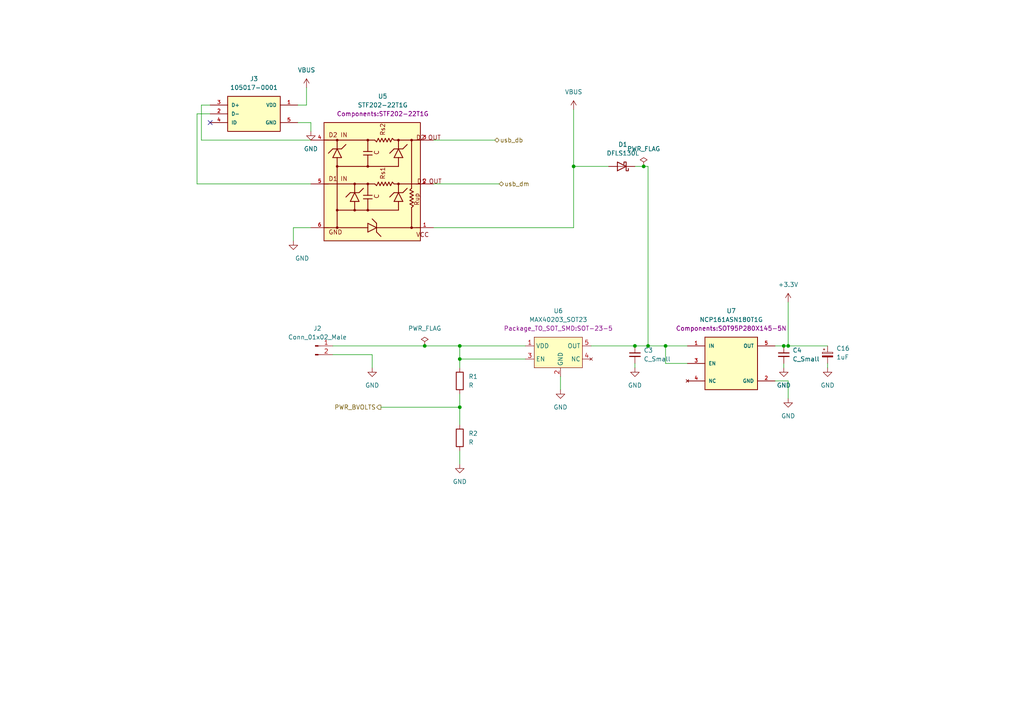
<source format=kicad_sch>
(kicad_sch (version 20211123) (generator eeschema)

  (uuid c984c7b4-056a-4621-ae36-56278099eac3)

  (paper "A4")

  (lib_symbols
    (symbol "Components:105017-0001" (pin_names (offset 1.016)) (in_bom yes) (on_board yes)
      (property "Reference" "J" (id 0) (at -7.377 5.5963 0)
        (effects (font (size 1.27 1.27)) (justify left bottom))
      )
      (property "Value" "105017-0001" (id 1) (at -7.6262 -7.6262 0)
        (effects (font (size 1.27 1.27)) (justify left bottom))
      )
      (property "Footprint" "MOLEX_105017-0001" (id 2) (at 0 0 0)
        (effects (font (size 1.27 1.27)) (justify bottom) hide)
      )
      (property "Datasheet" "https://www.mouser.co.uk/datasheet/2/276/1/1050170001_IO_CONNECTORS-230168.pdf" (id 3) (at 0 0 0)
        (effects (font (size 1.27 1.27)) hide)
      )
      (property "ki_description" "Molex micro usb" (id 4) (at 0 0 0)
        (effects (font (size 1.27 1.27)) hide)
      )
      (symbol "105017-0001_0_0"
        (rectangle (start -7.62 -5.08) (end 7.62 5.08)
          (stroke (width 0.254) (type default) (color 0 0 0 0))
          (fill (type background))
        )
        (pin power_in line (at 12.7 2.54 180) (length 5.08)
          (name "VDD" (effects (font (size 1.016 1.016))))
          (number "1" (effects (font (size 1.016 1.016))))
        )
        (pin bidirectional line (at -12.7 0 0) (length 5.08)
          (name "D-" (effects (font (size 1.016 1.016))))
          (number "2" (effects (font (size 1.016 1.016))))
        )
        (pin bidirectional line (at -12.7 2.54 0) (length 5.08)
          (name "D+" (effects (font (size 1.016 1.016))))
          (number "3" (effects (font (size 1.016 1.016))))
        )
        (pin passive line (at -12.7 -2.54 0) (length 5.08)
          (name "ID" (effects (font (size 1.016 1.016))))
          (number "4" (effects (font (size 1.016 1.016))))
        )
        (pin power_in line (at 12.7 -2.54 180) (length 5.08)
          (name "GND" (effects (font (size 1.016 1.016))))
          (number "5" (effects (font (size 1.016 1.016))))
        )
      )
    )
    (symbol "Components:DFLS130L" (pin_numbers hide) (pin_names (offset 1.016) hide) (in_bom yes) (on_board yes)
      (property "Reference" "D" (id 0) (at 0 2.54 0)
        (effects (font (size 1.27 1.27)))
      )
      (property "Value" "DFLS130L" (id 1) (at 0 -2.54 0)
        (effects (font (size 1.27 1.27)))
      )
      (property "Footprint" "" (id 2) (at 0 0 0)
        (effects (font (size 1.27 1.27)) hide)
      )
      (property "Datasheet" "~" (id 3) (at 0 0 0)
        (effects (font (size 1.27 1.27)) hide)
      )
      (property "ki_keywords" "diode Schottky" (id 4) (at 0 0 0)
        (effects (font (size 1.27 1.27)) hide)
      )
      (property "ki_description" "Schottky diode" (id 5) (at 0 0 0)
        (effects (font (size 1.27 1.27)) hide)
      )
      (property "ki_fp_filters" "TO-???* *_Diode_* *SingleDiode* D_*" (id 6) (at 0 0 0)
        (effects (font (size 1.27 1.27)) hide)
      )
      (symbol "DFLS130L_0_1"
        (polyline
          (pts
            (xy 1.27 0)
            (xy -1.27 0)
          )
          (stroke (width 0) (type default) (color 0 0 0 0))
          (fill (type none))
        )
        (polyline
          (pts
            (xy 1.27 1.27)
            (xy 1.27 -1.27)
            (xy -1.27 0)
            (xy 1.27 1.27)
          )
          (stroke (width 0.254) (type default) (color 0 0 0 0))
          (fill (type none))
        )
        (polyline
          (pts
            (xy -1.905 0.635)
            (xy -1.905 1.27)
            (xy -1.27 1.27)
            (xy -1.27 -1.27)
            (xy -0.635 -1.27)
            (xy -0.635 -0.635)
          )
          (stroke (width 0.254) (type default) (color 0 0 0 0))
          (fill (type none))
        )
      )
      (symbol "DFLS130L_1_1"
        (pin passive line (at -3.81 0 0) (length 2.54)
          (name "K" (effects (font (size 1.27 1.27))))
          (number "1" (effects (font (size 1.27 1.27))))
        )
        (pin passive line (at 3.81 0 180) (length 2.54)
          (name "A" (effects (font (size 1.27 1.27))))
          (number "2" (effects (font (size 1.27 1.27))))
        )
      )
    )
    (symbol "Components:MAX40203_SOT23" (in_bom yes) (on_board yes)
      (property "Reference" "U" (id 0) (at 0 7.62 0)
        (effects (font (size 1.27 1.27)))
      )
      (property "Value" "MAX40203_SOT23" (id 1) (at 1.27 5.08 0)
        (effects (font (size 1.27 1.27)))
      )
      (property "Footprint" "Package_TO_SOT_SMD:SOT-23-5" (id 2) (at 1.27 10.16 0)
        (effects (font (size 1.27 1.27)))
      )
      (property "Datasheet" "" (id 3) (at 0 0 0)
        (effects (font (size 1.27 1.27)) hide)
      )
      (symbol "MAX40203_SOT23_0_1"
        (rectangle (start -6.35 3.81) (end 7.62 -5.08)
          (stroke (width 0) (type default) (color 0 0 0 0))
          (fill (type background))
        )
      )
      (symbol "MAX40203_SOT23_1_1"
        (pin power_in line (at -8.89 1.27 0) (length 2.54)
          (name "VDD" (effects (font (size 1.27 1.27))))
          (number "1" (effects (font (size 1.27 1.27))))
        )
        (pin power_in line (at 1.27 -7.62 90) (length 2.54)
          (name "GND" (effects (font (size 1.27 1.27))))
          (number "2" (effects (font (size 1.27 1.27))))
        )
        (pin input line (at -8.89 -2.54 0) (length 2.54)
          (name "EN" (effects (font (size 1.27 1.27))))
          (number "3" (effects (font (size 1.27 1.27))))
        )
        (pin no_connect line (at 10.16 -2.54 180) (length 2.54)
          (name "NC" (effects (font (size 1.27 1.27))))
          (number "4" (effects (font (size 1.27 1.27))))
        )
        (pin power_out line (at 10.16 1.27 180) (length 2.54)
          (name "OUT" (effects (font (size 1.27 1.27))))
          (number "5" (effects (font (size 1.27 1.27))))
        )
      )
    )
    (symbol "Components:NCP161ASN180T1G" (pin_names (offset 1.016)) (in_bom yes) (on_board yes)
      (property "Reference" "U" (id 0) (at -7.62 8.382 0)
        (effects (font (size 1.27 1.27)) (justify left bottom))
      )
      (property "Value" "NCP161ASN180T1G" (id 1) (at -7.62 -10.16 0)
        (effects (font (size 1.27 1.27)) (justify left bottom))
      )
      (property "Footprint" "Components:SOT95P280X145-5N" (id 2) (at 0 0 0)
        (effects (font (size 1.27 1.27)) (justify bottom))
      )
      (property "Datasheet" "" (id 3) (at 0 0 0)
        (effects (font (size 1.27 1.27)) hide)
      )
      (property "PARTREV" "Rev. 18" (id 4) (at 0 0 0)
        (effects (font (size 1.27 1.27)) (justify bottom) hide)
      )
      (property "SNAPEDA_PN" "NCP161ASN180T1G" (id 5) (at 0 0 0)
        (effects (font (size 1.27 1.27)) (justify bottom) hide)
      )
      (property "STANDARD" "IPC-7351B" (id 6) (at 0 0 0)
        (effects (font (size 1.27 1.27)) (justify bottom) hide)
      )
      (property "MANUFACTURER" "Onsemi" (id 7) (at 0 0 0)
        (effects (font (size 1.27 1.27)) (justify bottom) hide)
      )
      (property "MAXIMUM_PACKAGE_HEIGHT" "1.45 mm" (id 8) (at 0 0 0)
        (effects (font (size 1.27 1.27)) (justify bottom) hide)
      )
      (symbol "NCP161ASN180T1G_0_0"
        (rectangle (start -7.62 -7.62) (end 7.62 7.62)
          (stroke (width 0.254) (type default) (color 0 0 0 0))
          (fill (type background))
        )
        (pin input line (at -12.7 5.08 0) (length 5.08)
          (name "IN" (effects (font (size 1.016 1.016))))
          (number "1" (effects (font (size 1.016 1.016))))
        )
        (pin power_in line (at 12.7 -5.08 180) (length 5.08)
          (name "GND" (effects (font (size 1.016 1.016))))
          (number "2" (effects (font (size 1.016 1.016))))
        )
        (pin input line (at -12.7 0 0) (length 5.08)
          (name "EN" (effects (font (size 1.016 1.016))))
          (number "3" (effects (font (size 1.016 1.016))))
        )
        (pin no_connect line (at -12.7 -5.08 0) (length 5.08)
          (name "NC" (effects (font (size 1.016 1.016))))
          (number "4" (effects (font (size 1.016 1.016))))
        )
        (pin output line (at 12.7 5.08 180) (length 5.08)
          (name "OUT" (effects (font (size 1.016 1.016))))
          (number "5" (effects (font (size 1.016 1.016))))
        )
      )
    )
    (symbol "Components:STF202-22T1G" (pin_names (offset 1.016)) (in_bom yes) (on_board yes)
      (property "Reference" "U" (id 0) (at -13.97 19.05 0)
        (effects (font (size 1.27 1.27)) (justify left))
      )
      (property "Value" "STF202-22T1G" (id 1) (at -13.97 -18.415 0)
        (effects (font (size 1.27 1.27)) (justify left))
      )
      (property "Footprint" "Components:STF202-22T1G" (id 2) (at 0 0 0)
        (effects (font (size 1.27 1.27)) (justify bottom))
      )
      (property "Datasheet" "" (id 3) (at 0 0 0)
        (effects (font (size 1.27 1.27)) hide)
      )
      (symbol "STF202-22T1G_0_0"
        (rectangle (start -13.97 -16.51) (end 13.97 17.78)
          (stroke (width 0.254) (type default) (color 0 0 0 0))
          (fill (type background))
        )
        (circle (center -10.16 -12.7) (radius 0.254)
          (stroke (width 0.254) (type default) (color 0 0 0 0))
          (fill (type none))
        )
        (circle (center -10.16 -7.62) (radius 0.254)
          (stroke (width 0.254) (type default) (color 0 0 0 0))
          (fill (type none))
        )
        (circle (center -10.16 5.08) (radius 0.254)
          (stroke (width 0.254) (type default) (color 0 0 0 0))
          (fill (type none))
        )
        (circle (center -10.16 12.7) (radius 0.254)
          (stroke (width 0.254) (type default) (color 0 0 0 0))
          (fill (type none))
        )
        (circle (center -5.08 -7.62) (radius 0.254)
          (stroke (width 0.254) (type default) (color 0 0 0 0))
          (fill (type none))
        )
        (circle (center -5.08 0) (radius 0.254)
          (stroke (width 0.254) (type default) (color 0 0 0 0))
          (fill (type none))
        )
        (circle (center -1.27 -7.62) (radius 0.254)
          (stroke (width 0.254) (type default) (color 0 0 0 0))
          (fill (type none))
        )
        (circle (center -1.27 0) (radius 0.254)
          (stroke (width 0.254) (type default) (color 0 0 0 0))
          (fill (type none))
        )
        (circle (center -1.27 5.08) (radius 0.254)
          (stroke (width 0.254) (type default) (color 0 0 0 0))
          (fill (type none))
        )
        (circle (center -1.27 12.7) (radius 0.254)
          (stroke (width 0.254) (type default) (color 0 0 0 0))
          (fill (type none))
        )
        (polyline
          (pts
            (xy -13.97 -12.7)
            (xy -1.27 -12.7)
          )
          (stroke (width 0.254) (type default) (color 0 0 0 0))
          (fill (type none))
        )
        (polyline
          (pts
            (xy -11.43 7.62)
            (xy -10.16 7.62)
          )
          (stroke (width 0.254) (type default) (color 0 0 0 0))
          (fill (type none))
        )
        (polyline
          (pts
            (xy -11.43 10.16)
            (xy -12.7 8.89)
          )
          (stroke (width 0.254) (type default) (color 0 0 0 0))
          (fill (type none))
        )
        (polyline
          (pts
            (xy -11.43 10.16)
            (xy -10.16 10.16)
          )
          (stroke (width 0.254) (type default) (color 0 0 0 0))
          (fill (type none))
        )
        (polyline
          (pts
            (xy -10.16 -7.62)
            (xy -10.16 -12.7)
          )
          (stroke (width 0.254) (type default) (color 0 0 0 0))
          (fill (type none))
        )
        (polyline
          (pts
            (xy -10.16 5.08)
            (xy -10.16 -7.62)
          )
          (stroke (width 0.254) (type default) (color 0 0 0 0))
          (fill (type none))
        )
        (polyline
          (pts
            (xy -10.16 7.62)
            (xy -10.16 5.08)
          )
          (stroke (width 0.254) (type default) (color 0 0 0 0))
          (fill (type none))
        )
        (polyline
          (pts
            (xy -10.16 7.62)
            (xy -8.89 7.62)
          )
          (stroke (width 0.254) (type default) (color 0 0 0 0))
          (fill (type none))
        )
        (polyline
          (pts
            (xy -10.16 10.16)
            (xy -11.43 7.62)
          )
          (stroke (width 0.254) (type default) (color 0 0 0 0))
          (fill (type none))
        )
        (polyline
          (pts
            (xy -10.16 10.16)
            (xy -8.89 10.16)
          )
          (stroke (width 0.254) (type default) (color 0 0 0 0))
          (fill (type none))
        )
        (polyline
          (pts
            (xy -10.16 12.7)
            (xy -10.16 10.16)
          )
          (stroke (width 0.254) (type default) (color 0 0 0 0))
          (fill (type none))
        )
        (polyline
          (pts
            (xy -8.89 7.62)
            (xy -10.16 10.16)
          )
          (stroke (width 0.254) (type default) (color 0 0 0 0))
          (fill (type none))
        )
        (polyline
          (pts
            (xy -8.89 10.16)
            (xy -7.62 11.43)
          )
          (stroke (width 0.254) (type default) (color 0 0 0 0))
          (fill (type none))
        )
        (polyline
          (pts
            (xy -6.35 -5.08)
            (xy -5.08 -5.08)
          )
          (stroke (width 0.254) (type default) (color 0 0 0 0))
          (fill (type none))
        )
        (polyline
          (pts
            (xy -6.35 -2.54)
            (xy -7.62 -3.81)
          )
          (stroke (width 0.254) (type default) (color 0 0 0 0))
          (fill (type none))
        )
        (polyline
          (pts
            (xy -6.35 -2.54)
            (xy -5.08 -2.54)
          )
          (stroke (width 0.254) (type default) (color 0 0 0 0))
          (fill (type none))
        )
        (polyline
          (pts
            (xy -5.08 -7.62)
            (xy -5.08 -5.08)
          )
          (stroke (width 0.254) (type default) (color 0 0 0 0))
          (fill (type none))
        )
        (polyline
          (pts
            (xy -5.08 -5.08)
            (xy -3.81 -5.08)
          )
          (stroke (width 0.254) (type default) (color 0 0 0 0))
          (fill (type none))
        )
        (polyline
          (pts
            (xy -5.08 -2.54)
            (xy -6.35 -5.08)
          )
          (stroke (width 0.254) (type default) (color 0 0 0 0))
          (fill (type none))
        )
        (polyline
          (pts
            (xy -5.08 -2.54)
            (xy -3.81 -2.54)
          )
          (stroke (width 0.254) (type default) (color 0 0 0 0))
          (fill (type none))
        )
        (polyline
          (pts
            (xy -5.08 0)
            (xy -5.08 -2.54)
          )
          (stroke (width 0.254) (type default) (color 0 0 0 0))
          (fill (type none))
        )
        (polyline
          (pts
            (xy -3.81 -5.08)
            (xy -5.08 -2.54)
          )
          (stroke (width 0.254) (type default) (color 0 0 0 0))
          (fill (type none))
        )
        (polyline
          (pts
            (xy -3.81 -2.54)
            (xy -2.54 -1.27)
          )
          (stroke (width 0.254) (type default) (color 0 0 0 0))
          (fill (type none))
        )
        (polyline
          (pts
            (xy -2.54 -4.318)
            (xy -1.27 -4.318)
          )
          (stroke (width 0.254) (type default) (color 0 0 0 0))
          (fill (type none))
        )
        (polyline
          (pts
            (xy -2.54 -3.302)
            (xy -1.27 -3.302)
          )
          (stroke (width 0.254) (type default) (color 0 0 0 0))
          (fill (type none))
        )
        (polyline
          (pts
            (xy -2.54 8.382)
            (xy -1.27 8.382)
          )
          (stroke (width 0.254) (type default) (color 0 0 0 0))
          (fill (type none))
        )
        (polyline
          (pts
            (xy -2.54 9.398)
            (xy -1.27 9.398)
          )
          (stroke (width 0.254) (type default) (color 0 0 0 0))
          (fill (type none))
        )
        (polyline
          (pts
            (xy -1.27 -13.97)
            (xy 1.27 -12.7)
          )
          (stroke (width 0.254) (type default) (color 0 0 0 0))
          (fill (type none))
        )
        (polyline
          (pts
            (xy -1.27 -12.7)
            (xy -1.27 -13.97)
          )
          (stroke (width 0.254) (type default) (color 0 0 0 0))
          (fill (type none))
        )
        (polyline
          (pts
            (xy -1.27 -11.43)
            (xy -1.27 -12.7)
          )
          (stroke (width 0.254) (type default) (color 0 0 0 0))
          (fill (type none))
        )
        (polyline
          (pts
            (xy -1.27 -7.62)
            (xy -1.27 -4.318)
          )
          (stroke (width 0.254) (type default) (color 0 0 0 0))
          (fill (type none))
        )
        (polyline
          (pts
            (xy -1.27 -4.318)
            (xy 0 -4.318)
          )
          (stroke (width 0.254) (type default) (color 0 0 0 0))
          (fill (type none))
        )
        (polyline
          (pts
            (xy -1.27 -3.302)
            (xy 0 -3.302)
          )
          (stroke (width 0.254) (type default) (color 0 0 0 0))
          (fill (type none))
        )
        (polyline
          (pts
            (xy -1.27 0)
            (xy -13.97 0)
          )
          (stroke (width 0.254) (type default) (color 0 0 0 0))
          (fill (type none))
        )
        (polyline
          (pts
            (xy -1.27 0)
            (xy -1.27 -3.302)
          )
          (stroke (width 0.254) (type default) (color 0 0 0 0))
          (fill (type none))
        )
        (polyline
          (pts
            (xy -1.27 0)
            (xy 0.762 0)
          )
          (stroke (width 0.254) (type default) (color 0 0 0 0))
          (fill (type none))
        )
        (polyline
          (pts
            (xy -1.27 5.08)
            (xy -1.27 8.382)
          )
          (stroke (width 0.254) (type default) (color 0 0 0 0))
          (fill (type none))
        )
        (polyline
          (pts
            (xy -1.27 8.382)
            (xy 0 8.382)
          )
          (stroke (width 0.254) (type default) (color 0 0 0 0))
          (fill (type none))
        )
        (polyline
          (pts
            (xy -1.27 9.398)
            (xy 0 9.398)
          )
          (stroke (width 0.254) (type default) (color 0 0 0 0))
          (fill (type none))
        )
        (polyline
          (pts
            (xy -1.27 12.7)
            (xy -13.97 12.7)
          )
          (stroke (width 0.254) (type default) (color 0 0 0 0))
          (fill (type none))
        )
        (polyline
          (pts
            (xy -1.27 12.7)
            (xy -1.27 9.398)
          )
          (stroke (width 0.254) (type default) (color 0 0 0 0))
          (fill (type none))
        )
        (polyline
          (pts
            (xy -1.27 12.7)
            (xy 0.762 12.7)
          )
          (stroke (width 0.254) (type default) (color 0 0 0 0))
          (fill (type none))
        )
        (polyline
          (pts
            (xy 1.27 -13.97)
            (xy 2.54 -15.24)
          )
          (stroke (width 0.254) (type default) (color 0 0 0 0))
          (fill (type none))
        )
        (polyline
          (pts
            (xy 1.27 -12.7)
            (xy -1.27 -11.43)
          )
          (stroke (width 0.254) (type default) (color 0 0 0 0))
          (fill (type none))
        )
        (polyline
          (pts
            (xy 1.27 -12.7)
            (xy 1.27 -13.97)
          )
          (stroke (width 0.254) (type default) (color 0 0 0 0))
          (fill (type none))
        )
        (polyline
          (pts
            (xy 1.27 -11.43)
            (xy 0 -10.16)
          )
          (stroke (width 0.254) (type default) (color 0 0 0 0))
          (fill (type none))
        )
        (polyline
          (pts
            (xy 1.27 -11.43)
            (xy 1.27 -12.7)
          )
          (stroke (width 0.254) (type default) (color 0 0 0 0))
          (fill (type none))
        )
        (polyline
          (pts
            (xy 1.27 -0.508)
            (xy 0.762 0)
          )
          (stroke (width 0.254) (type default) (color 0 0 0 0))
          (fill (type none))
        )
        (polyline
          (pts
            (xy 1.27 12.192)
            (xy 0.762 12.7)
          )
          (stroke (width 0.254) (type default) (color 0 0 0 0))
          (fill (type none))
        )
        (polyline
          (pts
            (xy 1.778 0.508)
            (xy 1.27 -0.508)
          )
          (stroke (width 0.254) (type default) (color 0 0 0 0))
          (fill (type none))
        )
        (polyline
          (pts
            (xy 1.778 13.208)
            (xy 1.27 12.192)
          )
          (stroke (width 0.254) (type default) (color 0 0 0 0))
          (fill (type none))
        )
        (polyline
          (pts
            (xy 2.286 -0.508)
            (xy 1.778 0.508)
          )
          (stroke (width 0.254) (type default) (color 0 0 0 0))
          (fill (type none))
        )
        (polyline
          (pts
            (xy 2.286 12.192)
            (xy 1.778 13.208)
          )
          (stroke (width 0.254) (type default) (color 0 0 0 0))
          (fill (type none))
        )
        (polyline
          (pts
            (xy 2.794 0.508)
            (xy 2.286 -0.508)
          )
          (stroke (width 0.254) (type default) (color 0 0 0 0))
          (fill (type none))
        )
        (polyline
          (pts
            (xy 2.794 13.208)
            (xy 2.286 12.192)
          )
          (stroke (width 0.254) (type default) (color 0 0 0 0))
          (fill (type none))
        )
        (polyline
          (pts
            (xy 3.302 -0.508)
            (xy 2.794 0.508)
          )
          (stroke (width 0.254) (type default) (color 0 0 0 0))
          (fill (type none))
        )
        (polyline
          (pts
            (xy 3.302 12.192)
            (xy 2.794 13.208)
          )
          (stroke (width 0.254) (type default) (color 0 0 0 0))
          (fill (type none))
        )
        (polyline
          (pts
            (xy 3.81 0.508)
            (xy 3.302 -0.508)
          )
          (stroke (width 0.254) (type default) (color 0 0 0 0))
          (fill (type none))
        )
        (polyline
          (pts
            (xy 3.81 13.208)
            (xy 3.302 12.192)
          )
          (stroke (width 0.254) (type default) (color 0 0 0 0))
          (fill (type none))
        )
        (polyline
          (pts
            (xy 4.318 -0.508)
            (xy 3.81 0.508)
          )
          (stroke (width 0.254) (type default) (color 0 0 0 0))
          (fill (type none))
        )
        (polyline
          (pts
            (xy 4.318 12.192)
            (xy 3.81 13.208)
          )
          (stroke (width 0.254) (type default) (color 0 0 0 0))
          (fill (type none))
        )
        (polyline
          (pts
            (xy 4.826 0.508)
            (xy 4.318 -0.508)
          )
          (stroke (width 0.254) (type default) (color 0 0 0 0))
          (fill (type none))
        )
        (polyline
          (pts
            (xy 4.826 13.208)
            (xy 4.318 12.192)
          )
          (stroke (width 0.254) (type default) (color 0 0 0 0))
          (fill (type none))
        )
        (polyline
          (pts
            (xy 5.334 -0.508)
            (xy 4.826 0.508)
          )
          (stroke (width 0.254) (type default) (color 0 0 0 0))
          (fill (type none))
        )
        (polyline
          (pts
            (xy 5.334 12.192)
            (xy 4.826 13.208)
          )
          (stroke (width 0.254) (type default) (color 0 0 0 0))
          (fill (type none))
        )
        (polyline
          (pts
            (xy 5.842 0.508)
            (xy 5.334 -0.508)
          )
          (stroke (width 0.254) (type default) (color 0 0 0 0))
          (fill (type none))
        )
        (polyline
          (pts
            (xy 5.842 13.208)
            (xy 5.334 12.192)
          )
          (stroke (width 0.254) (type default) (color 0 0 0 0))
          (fill (type none))
        )
        (polyline
          (pts
            (xy 6.35 -5.08)
            (xy 7.62 -5.08)
          )
          (stroke (width 0.254) (type default) (color 0 0 0 0))
          (fill (type none))
        )
        (polyline
          (pts
            (xy 6.35 -2.54)
            (xy 5.08 -3.81)
          )
          (stroke (width 0.254) (type default) (color 0 0 0 0))
          (fill (type none))
        )
        (polyline
          (pts
            (xy 6.35 -2.54)
            (xy 7.62 -2.54)
          )
          (stroke (width 0.254) (type default) (color 0 0 0 0))
          (fill (type none))
        )
        (polyline
          (pts
            (xy 6.35 0)
            (xy 5.842 0.508)
          )
          (stroke (width 0.254) (type default) (color 0 0 0 0))
          (fill (type none))
        )
        (polyline
          (pts
            (xy 6.35 0)
            (xy 7.62 0)
          )
          (stroke (width 0.254) (type default) (color 0 0 0 0))
          (fill (type none))
        )
        (polyline
          (pts
            (xy 6.35 7.62)
            (xy 7.62 7.62)
          )
          (stroke (width 0.254) (type default) (color 0 0 0 0))
          (fill (type none))
        )
        (polyline
          (pts
            (xy 6.35 10.16)
            (xy 5.08 8.89)
          )
          (stroke (width 0.254) (type default) (color 0 0 0 0))
          (fill (type none))
        )
        (polyline
          (pts
            (xy 6.35 10.16)
            (xy 7.62 10.16)
          )
          (stroke (width 0.254) (type default) (color 0 0 0 0))
          (fill (type none))
        )
        (polyline
          (pts
            (xy 6.35 12.7)
            (xy 5.842 13.208)
          )
          (stroke (width 0.254) (type default) (color 0 0 0 0))
          (fill (type none))
        )
        (polyline
          (pts
            (xy 6.35 12.7)
            (xy 7.62 12.7)
          )
          (stroke (width 0.254) (type default) (color 0 0 0 0))
          (fill (type none))
        )
        (polyline
          (pts
            (xy 7.62 -7.62)
            (xy -10.16 -7.62)
          )
          (stroke (width 0.254) (type default) (color 0 0 0 0))
          (fill (type none))
        )
        (polyline
          (pts
            (xy 7.62 -7.62)
            (xy 7.62 -5.08)
          )
          (stroke (width 0.254) (type default) (color 0 0 0 0))
          (fill (type none))
        )
        (polyline
          (pts
            (xy 7.62 -5.08)
            (xy 8.89 -5.08)
          )
          (stroke (width 0.254) (type default) (color 0 0 0 0))
          (fill (type none))
        )
        (polyline
          (pts
            (xy 7.62 -2.54)
            (xy 6.35 -5.08)
          )
          (stroke (width 0.254) (type default) (color 0 0 0 0))
          (fill (type none))
        )
        (polyline
          (pts
            (xy 7.62 -2.54)
            (xy 8.89 -2.54)
          )
          (stroke (width 0.254) (type default) (color 0 0 0 0))
          (fill (type none))
        )
        (polyline
          (pts
            (xy 7.62 0)
            (xy 7.62 -2.54)
          )
          (stroke (width 0.254) (type default) (color 0 0 0 0))
          (fill (type none))
        )
        (polyline
          (pts
            (xy 7.62 0)
            (xy 11.43 0)
          )
          (stroke (width 0.254) (type default) (color 0 0 0 0))
          (fill (type none))
        )
        (polyline
          (pts
            (xy 7.62 5.08)
            (xy -10.16 5.08)
          )
          (stroke (width 0.254) (type default) (color 0 0 0 0))
          (fill (type none))
        )
        (polyline
          (pts
            (xy 7.62 5.08)
            (xy 7.62 7.62)
          )
          (stroke (width 0.254) (type default) (color 0 0 0 0))
          (fill (type none))
        )
        (polyline
          (pts
            (xy 7.62 7.62)
            (xy 8.89 7.62)
          )
          (stroke (width 0.254) (type default) (color 0 0 0 0))
          (fill (type none))
        )
        (polyline
          (pts
            (xy 7.62 10.16)
            (xy 6.35 7.62)
          )
          (stroke (width 0.254) (type default) (color 0 0 0 0))
          (fill (type none))
        )
        (polyline
          (pts
            (xy 7.62 10.16)
            (xy 8.89 10.16)
          )
          (stroke (width 0.254) (type default) (color 0 0 0 0))
          (fill (type none))
        )
        (polyline
          (pts
            (xy 7.62 12.7)
            (xy 7.62 10.16)
          )
          (stroke (width 0.254) (type default) (color 0 0 0 0))
          (fill (type none))
        )
        (polyline
          (pts
            (xy 8.89 -5.08)
            (xy 7.62 -2.54)
          )
          (stroke (width 0.254) (type default) (color 0 0 0 0))
          (fill (type none))
        )
        (polyline
          (pts
            (xy 8.89 -2.54)
            (xy 10.16 -1.27)
          )
          (stroke (width 0.254) (type default) (color 0 0 0 0))
          (fill (type none))
        )
        (polyline
          (pts
            (xy 8.89 7.62)
            (xy 7.62 10.16)
          )
          (stroke (width 0.254) (type default) (color 0 0 0 0))
          (fill (type none))
        )
        (polyline
          (pts
            (xy 8.89 10.16)
            (xy 10.16 11.43)
          )
          (stroke (width 0.254) (type default) (color 0 0 0 0))
          (fill (type none))
        )
        (polyline
          (pts
            (xy 10.922 -5.842)
            (xy 11.938 -6.35)
          )
          (stroke (width 0.254) (type default) (color 0 0 0 0))
          (fill (type none))
        )
        (polyline
          (pts
            (xy 10.922 -4.826)
            (xy 11.938 -5.334)
          )
          (stroke (width 0.254) (type default) (color 0 0 0 0))
          (fill (type none))
        )
        (polyline
          (pts
            (xy 10.922 -3.81)
            (xy 11.938 -4.318)
          )
          (stroke (width 0.254) (type default) (color 0 0 0 0))
          (fill (type none))
        )
        (polyline
          (pts
            (xy 10.922 -2.794)
            (xy 11.938 -3.302)
          )
          (stroke (width 0.254) (type default) (color 0 0 0 0))
          (fill (type none))
        )
        (polyline
          (pts
            (xy 10.922 -1.778)
            (xy 11.938 -2.286)
          )
          (stroke (width 0.254) (type default) (color 0 0 0 0))
          (fill (type none))
        )
        (polyline
          (pts
            (xy 11.43 -12.7)
            (xy 1.27 -12.7)
          )
          (stroke (width 0.254) (type default) (color 0 0 0 0))
          (fill (type none))
        )
        (polyline
          (pts
            (xy 11.43 -12.7)
            (xy 11.43 -6.858)
          )
          (stroke (width 0.254) (type default) (color 0 0 0 0))
          (fill (type none))
        )
        (polyline
          (pts
            (xy 11.43 -12.7)
            (xy 13.97 -12.7)
          )
          (stroke (width 0.254) (type default) (color 0 0 0 0))
          (fill (type none))
        )
        (polyline
          (pts
            (xy 11.43 -1.27)
            (xy 10.922 -1.778)
          )
          (stroke (width 0.254) (type default) (color 0 0 0 0))
          (fill (type none))
        )
        (polyline
          (pts
            (xy 11.43 -1.27)
            (xy 11.43 0)
          )
          (stroke (width 0.254) (type default) (color 0 0 0 0))
          (fill (type none))
        )
        (polyline
          (pts
            (xy 11.43 0)
            (xy 11.43 12.7)
          )
          (stroke (width 0.254) (type default) (color 0 0 0 0))
          (fill (type none))
        )
        (polyline
          (pts
            (xy 11.43 0)
            (xy 13.97 0)
          )
          (stroke (width 0.254) (type default) (color 0 0 0 0))
          (fill (type none))
        )
        (polyline
          (pts
            (xy 11.43 12.7)
            (xy 7.62 12.7)
          )
          (stroke (width 0.254) (type default) (color 0 0 0 0))
          (fill (type none))
        )
        (polyline
          (pts
            (xy 11.43 12.7)
            (xy 13.97 12.7)
          )
          (stroke (width 0.254) (type default) (color 0 0 0 0))
          (fill (type none))
        )
        (polyline
          (pts
            (xy 11.938 -6.35)
            (xy 11.43 -6.858)
          )
          (stroke (width 0.254) (type default) (color 0 0 0 0))
          (fill (type none))
        )
        (polyline
          (pts
            (xy 11.938 -5.334)
            (xy 10.922 -5.842)
          )
          (stroke (width 0.254) (type default) (color 0 0 0 0))
          (fill (type none))
        )
        (polyline
          (pts
            (xy 11.938 -4.318)
            (xy 10.922 -4.826)
          )
          (stroke (width 0.254) (type default) (color 0 0 0 0))
          (fill (type none))
        )
        (polyline
          (pts
            (xy 11.938 -3.302)
            (xy 10.922 -3.81)
          )
          (stroke (width 0.254) (type default) (color 0 0 0 0))
          (fill (type none))
        )
        (polyline
          (pts
            (xy 11.938 -2.286)
            (xy 10.922 -2.794)
          )
          (stroke (width 0.254) (type default) (color 0 0 0 0))
          (fill (type none))
        )
        (circle (center 7.62 0) (radius 0.254)
          (stroke (width 0.254) (type default) (color 0 0 0 0))
          (fill (type none))
        )
        (circle (center 7.62 12.7) (radius 0.254)
          (stroke (width 0.254) (type default) (color 0 0 0 0))
          (fill (type none))
        )
        (circle (center 11.43 -12.7) (radius 0.254)
          (stroke (width 0.254) (type default) (color 0 0 0 0))
          (fill (type none))
        )
        (circle (center 11.43 12.7) (radius 0.254)
          (stroke (width 0.254) (type default) (color 0 0 0 0))
          (fill (type none))
        )
        (text "C" (at 2.032 -4.318 900)
          (effects (font (size 1.27 1.27)) (justify left bottom))
        )
        (text "C" (at 2.032 8.382 900)
          (effects (font (size 1.27 1.27)) (justify left bottom))
        )
        (text "D1 IN" (at -12.7 0.762 0)
          (effects (font (size 1.27 1.27)) (justify left bottom))
        )
        (text "D1 OUT" (at 12.954 0.762 0)
          (effects (font (size 1.27 1.27)) (justify left))
        )
        (text "D2 IN" (at -12.7 13.462 0)
          (effects (font (size 1.27 1.27)) (justify left bottom))
        )
        (text "D2 OUT" (at 12.7 13.462 0)
          (effects (font (size 1.27 1.27)) (justify left))
        )
        (text "GND" (at -12.7 -14.732 0)
          (effects (font (size 1.27 1.27)) (justify left bottom))
        )
        (text "Rs1" (at 3.81 1.27 900)
          (effects (font (size 1.27 1.27)) (justify left bottom))
        )
        (text "Rs2" (at 3.81 13.97 900)
          (effects (font (size 1.27 1.27)) (justify left bottom))
        )
        (text "Rup" (at 13.716 -6.35 900)
          (effects (font (size 1.27 1.27)) (justify left bottom))
        )
        (text "VCC" (at 12.7 -14.732 0)
          (effects (font (size 1.27 1.27)) (justify left))
        )
        (pin bidirectional line (at 17.78 -12.7 180) (length 5.08)
          (name "~" (effects (font (size 1.016 1.016))))
          (number "1" (effects (font (size 1.016 1.016))))
        )
        (pin bidirectional line (at 17.78 0 180) (length 5.08)
          (name "~" (effects (font (size 1.016 1.016))))
          (number "2" (effects (font (size 1.016 1.016))))
        )
        (pin bidirectional line (at 17.78 12.7 180) (length 5.08)
          (name "~" (effects (font (size 1.016 1.016))))
          (number "3" (effects (font (size 1.016 1.016))))
        )
        (pin bidirectional line (at -17.78 12.7 0) (length 5.08)
          (name "~" (effects (font (size 1.016 1.016))))
          (number "4" (effects (font (size 1.016 1.016))))
        )
        (pin bidirectional line (at -17.78 0 0) (length 5.08)
          (name "~" (effects (font (size 1.016 1.016))))
          (number "5" (effects (font (size 1.016 1.016))))
        )
        (pin bidirectional line (at -17.78 -12.7 0) (length 5.08)
          (name "~" (effects (font (size 1.016 1.016))))
          (number "6" (effects (font (size 1.016 1.016))))
        )
      )
    )
    (symbol "Connector:Conn_01x02_Male" (pin_names (offset 1.016) hide) (in_bom yes) (on_board yes)
      (property "Reference" "J" (id 0) (at 0 2.54 0)
        (effects (font (size 1.27 1.27)))
      )
      (property "Value" "Conn_01x02_Male" (id 1) (at 0 -5.08 0)
        (effects (font (size 1.27 1.27)))
      )
      (property "Footprint" "" (id 2) (at 0 0 0)
        (effects (font (size 1.27 1.27)) hide)
      )
      (property "Datasheet" "~" (id 3) (at 0 0 0)
        (effects (font (size 1.27 1.27)) hide)
      )
      (property "ki_keywords" "connector" (id 4) (at 0 0 0)
        (effects (font (size 1.27 1.27)) hide)
      )
      (property "ki_description" "Generic connector, single row, 01x02, script generated (kicad-library-utils/schlib/autogen/connector/)" (id 5) (at 0 0 0)
        (effects (font (size 1.27 1.27)) hide)
      )
      (property "ki_fp_filters" "Connector*:*_1x??_*" (id 6) (at 0 0 0)
        (effects (font (size 1.27 1.27)) hide)
      )
      (symbol "Conn_01x02_Male_1_1"
        (polyline
          (pts
            (xy 1.27 -2.54)
            (xy 0.8636 -2.54)
          )
          (stroke (width 0.1524) (type default) (color 0 0 0 0))
          (fill (type none))
        )
        (polyline
          (pts
            (xy 1.27 0)
            (xy 0.8636 0)
          )
          (stroke (width 0.1524) (type default) (color 0 0 0 0))
          (fill (type none))
        )
        (rectangle (start 0.8636 -2.413) (end 0 -2.667)
          (stroke (width 0.1524) (type default) (color 0 0 0 0))
          (fill (type outline))
        )
        (rectangle (start 0.8636 0.127) (end 0 -0.127)
          (stroke (width 0.1524) (type default) (color 0 0 0 0))
          (fill (type outline))
        )
        (pin passive line (at 5.08 0 180) (length 3.81)
          (name "Pin_1" (effects (font (size 1.27 1.27))))
          (number "1" (effects (font (size 1.27 1.27))))
        )
        (pin passive line (at 5.08 -2.54 180) (length 3.81)
          (name "Pin_2" (effects (font (size 1.27 1.27))))
          (number "2" (effects (font (size 1.27 1.27))))
        )
      )
    )
    (symbol "Device:C_Polarized_Small" (pin_numbers hide) (pin_names (offset 0.254) hide) (in_bom yes) (on_board yes)
      (property "Reference" "C" (id 0) (at 0.254 1.778 0)
        (effects (font (size 1.27 1.27)) (justify left))
      )
      (property "Value" "C_Polarized_Small" (id 1) (at 0.254 -2.032 0)
        (effects (font (size 1.27 1.27)) (justify left))
      )
      (property "Footprint" "" (id 2) (at 0 0 0)
        (effects (font (size 1.27 1.27)) hide)
      )
      (property "Datasheet" "~" (id 3) (at 0 0 0)
        (effects (font (size 1.27 1.27)) hide)
      )
      (property "ki_keywords" "cap capacitor" (id 4) (at 0 0 0)
        (effects (font (size 1.27 1.27)) hide)
      )
      (property "ki_description" "Polarized capacitor, small symbol" (id 5) (at 0 0 0)
        (effects (font (size 1.27 1.27)) hide)
      )
      (property "ki_fp_filters" "CP_*" (id 6) (at 0 0 0)
        (effects (font (size 1.27 1.27)) hide)
      )
      (symbol "C_Polarized_Small_0_1"
        (rectangle (start -1.524 -0.3048) (end 1.524 -0.6858)
          (stroke (width 0) (type default) (color 0 0 0 0))
          (fill (type outline))
        )
        (rectangle (start -1.524 0.6858) (end 1.524 0.3048)
          (stroke (width 0) (type default) (color 0 0 0 0))
          (fill (type none))
        )
        (polyline
          (pts
            (xy -1.27 1.524)
            (xy -0.762 1.524)
          )
          (stroke (width 0) (type default) (color 0 0 0 0))
          (fill (type none))
        )
        (polyline
          (pts
            (xy -1.016 1.27)
            (xy -1.016 1.778)
          )
          (stroke (width 0) (type default) (color 0 0 0 0))
          (fill (type none))
        )
      )
      (symbol "C_Polarized_Small_1_1"
        (pin passive line (at 0 2.54 270) (length 1.8542)
          (name "~" (effects (font (size 1.27 1.27))))
          (number "1" (effects (font (size 1.27 1.27))))
        )
        (pin passive line (at 0 -2.54 90) (length 1.8542)
          (name "~" (effects (font (size 1.27 1.27))))
          (number "2" (effects (font (size 1.27 1.27))))
        )
      )
    )
    (symbol "Device:C_Small" (pin_numbers hide) (pin_names (offset 0.254) hide) (in_bom yes) (on_board yes)
      (property "Reference" "C" (id 0) (at 0.254 1.778 0)
        (effects (font (size 1.27 1.27)) (justify left))
      )
      (property "Value" "C_Small" (id 1) (at 0.254 -2.032 0)
        (effects (font (size 1.27 1.27)) (justify left))
      )
      (property "Footprint" "" (id 2) (at 0 0 0)
        (effects (font (size 1.27 1.27)) hide)
      )
      (property "Datasheet" "~" (id 3) (at 0 0 0)
        (effects (font (size 1.27 1.27)) hide)
      )
      (property "ki_keywords" "capacitor cap" (id 4) (at 0 0 0)
        (effects (font (size 1.27 1.27)) hide)
      )
      (property "ki_description" "Unpolarized capacitor, small symbol" (id 5) (at 0 0 0)
        (effects (font (size 1.27 1.27)) hide)
      )
      (property "ki_fp_filters" "C_*" (id 6) (at 0 0 0)
        (effects (font (size 1.27 1.27)) hide)
      )
      (symbol "C_Small_0_1"
        (polyline
          (pts
            (xy -1.524 -0.508)
            (xy 1.524 -0.508)
          )
          (stroke (width 0.3302) (type default) (color 0 0 0 0))
          (fill (type none))
        )
        (polyline
          (pts
            (xy -1.524 0.508)
            (xy 1.524 0.508)
          )
          (stroke (width 0.3048) (type default) (color 0 0 0 0))
          (fill (type none))
        )
      )
      (symbol "C_Small_1_1"
        (pin passive line (at 0 2.54 270) (length 2.032)
          (name "~" (effects (font (size 1.27 1.27))))
          (number "1" (effects (font (size 1.27 1.27))))
        )
        (pin passive line (at 0 -2.54 90) (length 2.032)
          (name "~" (effects (font (size 1.27 1.27))))
          (number "2" (effects (font (size 1.27 1.27))))
        )
      )
    )
    (symbol "Device:R" (pin_numbers hide) (pin_names (offset 0)) (in_bom yes) (on_board yes)
      (property "Reference" "R" (id 0) (at 2.032 0 90)
        (effects (font (size 1.27 1.27)))
      )
      (property "Value" "R" (id 1) (at 0 0 90)
        (effects (font (size 1.27 1.27)))
      )
      (property "Footprint" "" (id 2) (at -1.778 0 90)
        (effects (font (size 1.27 1.27)) hide)
      )
      (property "Datasheet" "~" (id 3) (at 0 0 0)
        (effects (font (size 1.27 1.27)) hide)
      )
      (property "ki_keywords" "R res resistor" (id 4) (at 0 0 0)
        (effects (font (size 1.27 1.27)) hide)
      )
      (property "ki_description" "Resistor" (id 5) (at 0 0 0)
        (effects (font (size 1.27 1.27)) hide)
      )
      (property "ki_fp_filters" "R_*" (id 6) (at 0 0 0)
        (effects (font (size 1.27 1.27)) hide)
      )
      (symbol "R_0_1"
        (rectangle (start -1.016 -2.54) (end 1.016 2.54)
          (stroke (width 0.254) (type default) (color 0 0 0 0))
          (fill (type none))
        )
      )
      (symbol "R_1_1"
        (pin passive line (at 0 3.81 270) (length 1.27)
          (name "~" (effects (font (size 1.27 1.27))))
          (number "1" (effects (font (size 1.27 1.27))))
        )
        (pin passive line (at 0 -3.81 90) (length 1.27)
          (name "~" (effects (font (size 1.27 1.27))))
          (number "2" (effects (font (size 1.27 1.27))))
        )
      )
    )
    (symbol "GND_1" (power) (pin_names (offset 0)) (in_bom yes) (on_board yes)
      (property "Reference" "#PWR" (id 0) (at 0 -6.35 0)
        (effects (font (size 1.27 1.27)) hide)
      )
      (property "Value" "GND_1" (id 1) (at 0 -3.81 0)
        (effects (font (size 1.27 1.27)))
      )
      (property "Footprint" "" (id 2) (at 0 0 0)
        (effects (font (size 1.27 1.27)) hide)
      )
      (property "Datasheet" "" (id 3) (at 0 0 0)
        (effects (font (size 1.27 1.27)) hide)
      )
      (property "ki_keywords" "power-flag" (id 4) (at 0 0 0)
        (effects (font (size 1.27 1.27)) hide)
      )
      (property "ki_description" "Power symbol creates a global label with name \"GND\" , ground" (id 5) (at 0 0 0)
        (effects (font (size 1.27 1.27)) hide)
      )
      (symbol "GND_1_0_1"
        (polyline
          (pts
            (xy 0 0)
            (xy 0 -1.27)
            (xy 1.27 -1.27)
            (xy 0 -2.54)
            (xy -1.27 -1.27)
            (xy 0 -1.27)
          )
          (stroke (width 0) (type default) (color 0 0 0 0))
          (fill (type none))
        )
      )
      (symbol "GND_1_1_1"
        (pin power_in line (at 0 0 270) (length 0) hide
          (name "GND" (effects (font (size 1.27 1.27))))
          (number "1" (effects (font (size 1.27 1.27))))
        )
      )
    )
    (symbol "GND_2" (power) (pin_names (offset 0)) (in_bom yes) (on_board yes)
      (property "Reference" "#PWR" (id 0) (at 0 -6.35 0)
        (effects (font (size 1.27 1.27)) hide)
      )
      (property "Value" "GND_2" (id 1) (at 0 -3.81 0)
        (effects (font (size 1.27 1.27)))
      )
      (property "Footprint" "" (id 2) (at 0 0 0)
        (effects (font (size 1.27 1.27)) hide)
      )
      (property "Datasheet" "" (id 3) (at 0 0 0)
        (effects (font (size 1.27 1.27)) hide)
      )
      (property "ki_keywords" "power-flag" (id 4) (at 0 0 0)
        (effects (font (size 1.27 1.27)) hide)
      )
      (property "ki_description" "Power symbol creates a global label with name \"GND\" , ground" (id 5) (at 0 0 0)
        (effects (font (size 1.27 1.27)) hide)
      )
      (symbol "GND_2_0_1"
        (polyline
          (pts
            (xy 0 0)
            (xy 0 -1.27)
            (xy 1.27 -1.27)
            (xy 0 -2.54)
            (xy -1.27 -1.27)
            (xy 0 -1.27)
          )
          (stroke (width 0) (type default) (color 0 0 0 0))
          (fill (type none))
        )
      )
      (symbol "GND_2_1_1"
        (pin power_in line (at 0 0 270) (length 0) hide
          (name "GND" (effects (font (size 1.27 1.27))))
          (number "1" (effects (font (size 1.27 1.27))))
        )
      )
    )
    (symbol "power:+3.3V" (power) (pin_names (offset 0)) (in_bom yes) (on_board yes)
      (property "Reference" "#PWR" (id 0) (at 0 -3.81 0)
        (effects (font (size 1.27 1.27)) hide)
      )
      (property "Value" "+3.3V" (id 1) (at 0 3.556 0)
        (effects (font (size 1.27 1.27)))
      )
      (property "Footprint" "" (id 2) (at 0 0 0)
        (effects (font (size 1.27 1.27)) hide)
      )
      (property "Datasheet" "" (id 3) (at 0 0 0)
        (effects (font (size 1.27 1.27)) hide)
      )
      (property "ki_keywords" "global power" (id 4) (at 0 0 0)
        (effects (font (size 1.27 1.27)) hide)
      )
      (property "ki_description" "Power symbol creates a global label with name \"+3.3V\"" (id 5) (at 0 0 0)
        (effects (font (size 1.27 1.27)) hide)
      )
      (symbol "+3.3V_0_1"
        (polyline
          (pts
            (xy -0.762 1.27)
            (xy 0 2.54)
          )
          (stroke (width 0) (type default) (color 0 0 0 0))
          (fill (type none))
        )
        (polyline
          (pts
            (xy 0 0)
            (xy 0 2.54)
          )
          (stroke (width 0) (type default) (color 0 0 0 0))
          (fill (type none))
        )
        (polyline
          (pts
            (xy 0 2.54)
            (xy 0.762 1.27)
          )
          (stroke (width 0) (type default) (color 0 0 0 0))
          (fill (type none))
        )
      )
      (symbol "+3.3V_1_1"
        (pin power_in line (at 0 0 90) (length 0) hide
          (name "+3.3V" (effects (font (size 1.27 1.27))))
          (number "1" (effects (font (size 1.27 1.27))))
        )
      )
    )
    (symbol "power:GND" (power) (pin_names (offset 0)) (in_bom yes) (on_board yes)
      (property "Reference" "#PWR" (id 0) (at 0 -6.35 0)
        (effects (font (size 1.27 1.27)) hide)
      )
      (property "Value" "GND" (id 1) (at 0 -3.81 0)
        (effects (font (size 1.27 1.27)))
      )
      (property "Footprint" "" (id 2) (at 0 0 0)
        (effects (font (size 1.27 1.27)) hide)
      )
      (property "Datasheet" "" (id 3) (at 0 0 0)
        (effects (font (size 1.27 1.27)) hide)
      )
      (property "ki_keywords" "global power" (id 4) (at 0 0 0)
        (effects (font (size 1.27 1.27)) hide)
      )
      (property "ki_description" "Power symbol creates a global label with name \"GND\" , ground" (id 5) (at 0 0 0)
        (effects (font (size 1.27 1.27)) hide)
      )
      (symbol "GND_0_1"
        (polyline
          (pts
            (xy 0 0)
            (xy 0 -1.27)
            (xy 1.27 -1.27)
            (xy 0 -2.54)
            (xy -1.27 -1.27)
            (xy 0 -1.27)
          )
          (stroke (width 0) (type default) (color 0 0 0 0))
          (fill (type none))
        )
      )
      (symbol "GND_1_1"
        (pin power_in line (at 0 0 270) (length 0) hide
          (name "GND" (effects (font (size 1.27 1.27))))
          (number "1" (effects (font (size 1.27 1.27))))
        )
      )
    )
    (symbol "power:PWR_FLAG" (power) (pin_numbers hide) (pin_names (offset 0) hide) (in_bom yes) (on_board yes)
      (property "Reference" "#FLG" (id 0) (at 0 1.905 0)
        (effects (font (size 1.27 1.27)) hide)
      )
      (property "Value" "PWR_FLAG" (id 1) (at 0 3.81 0)
        (effects (font (size 1.27 1.27)))
      )
      (property "Footprint" "" (id 2) (at 0 0 0)
        (effects (font (size 1.27 1.27)) hide)
      )
      (property "Datasheet" "~" (id 3) (at 0 0 0)
        (effects (font (size 1.27 1.27)) hide)
      )
      (property "ki_keywords" "flag power" (id 4) (at 0 0 0)
        (effects (font (size 1.27 1.27)) hide)
      )
      (property "ki_description" "Special symbol for telling ERC where power comes from" (id 5) (at 0 0 0)
        (effects (font (size 1.27 1.27)) hide)
      )
      (symbol "PWR_FLAG_0_0"
        (pin power_out line (at 0 0 90) (length 0)
          (name "pwr" (effects (font (size 1.27 1.27))))
          (number "1" (effects (font (size 1.27 1.27))))
        )
      )
      (symbol "PWR_FLAG_0_1"
        (polyline
          (pts
            (xy 0 0)
            (xy 0 1.27)
            (xy -1.016 1.905)
            (xy 0 2.54)
            (xy 1.016 1.905)
            (xy 0 1.27)
          )
          (stroke (width 0) (type default) (color 0 0 0 0))
          (fill (type none))
        )
      )
    )
    (symbol "power:VBUS" (power) (pin_names (offset 0)) (in_bom yes) (on_board yes)
      (property "Reference" "#PWR" (id 0) (at 0 -3.81 0)
        (effects (font (size 1.27 1.27)) hide)
      )
      (property "Value" "VBUS" (id 1) (at 0 3.81 0)
        (effects (font (size 1.27 1.27)))
      )
      (property "Footprint" "" (id 2) (at 0 0 0)
        (effects (font (size 1.27 1.27)) hide)
      )
      (property "Datasheet" "" (id 3) (at 0 0 0)
        (effects (font (size 1.27 1.27)) hide)
      )
      (property "ki_keywords" "global power" (id 4) (at 0 0 0)
        (effects (font (size 1.27 1.27)) hide)
      )
      (property "ki_description" "Power symbol creates a global label with name \"VBUS\"" (id 5) (at 0 0 0)
        (effects (font (size 1.27 1.27)) hide)
      )
      (symbol "VBUS_0_1"
        (polyline
          (pts
            (xy -0.762 1.27)
            (xy 0 2.54)
          )
          (stroke (width 0) (type default) (color 0 0 0 0))
          (fill (type none))
        )
        (polyline
          (pts
            (xy 0 0)
            (xy 0 2.54)
          )
          (stroke (width 0) (type default) (color 0 0 0 0))
          (fill (type none))
        )
        (polyline
          (pts
            (xy 0 2.54)
            (xy 0.762 1.27)
          )
          (stroke (width 0) (type default) (color 0 0 0 0))
          (fill (type none))
        )
      )
      (symbol "VBUS_1_1"
        (pin power_in line (at 0 0 90) (length 0) hide
          (name "VBUS" (effects (font (size 1.27 1.27))))
          (number "1" (effects (font (size 1.27 1.27))))
        )
      )
    )
  )

  (junction (at 166.37 48.26) (diameter 0) (color 0 0 0 0)
    (uuid 03346e26-d7fd-4c9f-85a5-a250f7235a9f)
  )
  (junction (at 123.19 100.33) (diameter 0) (color 0 0 0 0)
    (uuid 112fe8e2-6386-49f9-8465-2381fc0b2070)
  )
  (junction (at 228.6 100.33) (diameter 0) (color 0 0 0 0)
    (uuid 2c988c9a-7ec1-4e2d-93db-095d799ac33b)
  )
  (junction (at 133.35 118.11) (diameter 0) (color 0 0 0 0)
    (uuid 40d50ea6-b73c-41c2-9ef2-3b090b3e957b)
  )
  (junction (at 193.04 100.33) (diameter 0) (color 0 0 0 0)
    (uuid 741885bd-946b-4f39-8ff2-c6eb287e0b12)
  )
  (junction (at 187.96 100.33) (diameter 0) (color 0 0 0 0)
    (uuid 7ef29856-88a3-4cd1-9c38-a17ce358a097)
  )
  (junction (at 133.35 100.33) (diameter 0) (color 0 0 0 0)
    (uuid 9cb57c92-a0ee-414e-8055-9ed5b71b2b50)
  )
  (junction (at 133.35 104.14) (diameter 0) (color 0 0 0 0)
    (uuid aec699ad-05a7-43b1-b3a6-9b8a07231d07)
  )
  (junction (at 184.15 100.33) (diameter 0) (color 0 0 0 0)
    (uuid c6ccb4cd-4732-4a4f-a84d-809fbdacdec6)
  )
  (junction (at 186.69 48.26) (diameter 0) (color 0 0 0 0)
    (uuid d2dad33e-83e7-4687-995a-fce511d4ed92)
  )
  (junction (at 227.33 100.33) (diameter 0) (color 0 0 0 0)
    (uuid eb6c28fe-18bd-4160-a1ed-90ddb3701068)
  )

  (no_connect (at 60.96 35.56) (uuid 71a9fc76-f1d7-4149-aa14-2e65d915af0e))

  (wire (pts (xy 240.03 105.41) (xy 240.03 106.68))
    (stroke (width 0) (type default) (color 0 0 0 0))
    (uuid 019beb0d-2e6c-4b70-b757-5aded792fac7)
  )
  (wire (pts (xy 166.37 48.26) (xy 166.37 66.04))
    (stroke (width 0) (type default) (color 0 0 0 0))
    (uuid 05f634b1-35c5-4592-b4a5-d0b6873e9784)
  )
  (wire (pts (xy 193.04 100.33) (xy 199.39 100.33))
    (stroke (width 0) (type default) (color 0 0 0 0))
    (uuid 20093774-58e2-4e98-98e6-5b1d8f3052ea)
  )
  (wire (pts (xy 166.37 48.26) (xy 176.53 48.26))
    (stroke (width 0) (type default) (color 0 0 0 0))
    (uuid 24742214-ad2a-439b-b26e-8d76b7ac2653)
  )
  (wire (pts (xy 85.09 69.85) (xy 85.09 66.04))
    (stroke (width 0) (type default) (color 0 0 0 0))
    (uuid 2d7b3718-0ec8-4c1b-9206-5a58f7c1727e)
  )
  (wire (pts (xy 133.35 130.81) (xy 133.35 134.62))
    (stroke (width 0) (type default) (color 0 0 0 0))
    (uuid 33a86b7d-4068-4edf-b175-b93e6dab1c47)
  )
  (wire (pts (xy 110.49 118.11) (xy 133.35 118.11))
    (stroke (width 0) (type default) (color 0 0 0 0))
    (uuid 37f88c37-b414-4c0b-9a33-51d17f688d43)
  )
  (wire (pts (xy 166.37 31.75) (xy 166.37 48.26))
    (stroke (width 0) (type default) (color 0 0 0 0))
    (uuid 39c00c35-5821-4646-9e14-b15d67ec4a7d)
  )
  (wire (pts (xy 57.15 33.02) (xy 57.15 53.34))
    (stroke (width 0) (type default) (color 0 0 0 0))
    (uuid 3fff1fd8-7469-41f6-ba13-2f0476e0e771)
  )
  (wire (pts (xy 184.15 48.26) (xy 186.69 48.26))
    (stroke (width 0) (type default) (color 0 0 0 0))
    (uuid 49b753d0-c6ea-47a9-bae1-b475fb2db78e)
  )
  (wire (pts (xy 96.52 100.33) (xy 123.19 100.33))
    (stroke (width 0) (type default) (color 0 0 0 0))
    (uuid 5938f47b-dfb8-464c-833e-d8840796daa6)
  )
  (wire (pts (xy 133.35 104.14) (xy 152.4 104.14))
    (stroke (width 0) (type default) (color 0 0 0 0))
    (uuid 598571de-0374-4003-b37d-58efaee6d875)
  )
  (wire (pts (xy 125.73 40.64) (xy 143.51 40.64))
    (stroke (width 0) (type default) (color 0 0 0 0))
    (uuid 599083df-8271-4214-9edd-ed5d9de92d0a)
  )
  (wire (pts (xy 96.52 102.87) (xy 107.95 102.87))
    (stroke (width 0) (type default) (color 0 0 0 0))
    (uuid 5c28128e-6eb8-4acb-b066-e802870905f7)
  )
  (wire (pts (xy 228.6 110.49) (xy 228.6 115.57))
    (stroke (width 0) (type default) (color 0 0 0 0))
    (uuid 5da5b87c-4f45-4e34-b27e-8c58afbdde4e)
  )
  (wire (pts (xy 224.79 100.33) (xy 227.33 100.33))
    (stroke (width 0) (type default) (color 0 0 0 0))
    (uuid 608572ba-a988-48bb-807e-c377aeecc4e9)
  )
  (wire (pts (xy 133.35 104.14) (xy 133.35 100.33))
    (stroke (width 0) (type default) (color 0 0 0 0))
    (uuid 66044b06-49e2-4889-8cd2-e7f6c22f95c1)
  )
  (wire (pts (xy 88.9 30.48) (xy 88.9 25.4))
    (stroke (width 0) (type default) (color 0 0 0 0))
    (uuid 668950fb-2bb8-4492-bee2-1131d41097e0)
  )
  (wire (pts (xy 228.6 100.33) (xy 240.03 100.33))
    (stroke (width 0) (type default) (color 0 0 0 0))
    (uuid 6b483c66-ca79-44e3-b16b-3baaac2ec780)
  )
  (wire (pts (xy 133.35 100.33) (xy 152.4 100.33))
    (stroke (width 0) (type default) (color 0 0 0 0))
    (uuid 6c45d63b-afd6-4491-a769-57bf56c21785)
  )
  (wire (pts (xy 224.79 110.49) (xy 228.6 110.49))
    (stroke (width 0) (type default) (color 0 0 0 0))
    (uuid 6ea83009-f82e-43d0-aeae-31b36520d535)
  )
  (wire (pts (xy 193.04 100.33) (xy 193.04 105.41))
    (stroke (width 0) (type default) (color 0 0 0 0))
    (uuid 79c3f8f7-202a-4d15-951d-746ecad245e6)
  )
  (wire (pts (xy 186.69 48.26) (xy 187.96 48.26))
    (stroke (width 0) (type default) (color 0 0 0 0))
    (uuid 7a962873-7691-4ef5-b89c-cd3f118d793e)
  )
  (wire (pts (xy 58.42 40.64) (xy 90.17 40.64))
    (stroke (width 0) (type default) (color 0 0 0 0))
    (uuid 7c47830c-0e7e-412f-8aa5-d7f88c392238)
  )
  (wire (pts (xy 90.17 35.56) (xy 90.17 38.1))
    (stroke (width 0) (type default) (color 0 0 0 0))
    (uuid 7e123272-9122-49e0-8889-d95fdb22853d)
  )
  (wire (pts (xy 86.36 30.48) (xy 88.9 30.48))
    (stroke (width 0) (type default) (color 0 0 0 0))
    (uuid 83bfd2a1-8b08-44a1-b012-b74ee21c24ef)
  )
  (wire (pts (xy 133.35 106.68) (xy 133.35 104.14))
    (stroke (width 0) (type default) (color 0 0 0 0))
    (uuid 8750c98c-8478-4192-bce7-660e4f7c84ce)
  )
  (wire (pts (xy 85.09 66.04) (xy 90.17 66.04))
    (stroke (width 0) (type default) (color 0 0 0 0))
    (uuid 8c59783a-aed3-4444-9abb-a9bd14243621)
  )
  (wire (pts (xy 133.35 118.11) (xy 133.35 123.19))
    (stroke (width 0) (type default) (color 0 0 0 0))
    (uuid 93db0850-2d91-4acb-b06e-230a7a9936a9)
  )
  (wire (pts (xy 171.45 100.33) (xy 184.15 100.33))
    (stroke (width 0) (type default) (color 0 0 0 0))
    (uuid 9604b664-e609-4148-ad6b-4d699a77b260)
  )
  (wire (pts (xy 187.96 48.26) (xy 187.96 100.33))
    (stroke (width 0) (type default) (color 0 0 0 0))
    (uuid 9a9e54c1-a431-46ad-9372-f619fbcccffd)
  )
  (wire (pts (xy 187.96 100.33) (xy 193.04 100.33))
    (stroke (width 0) (type default) (color 0 0 0 0))
    (uuid a1fb7b2e-c76f-48c2-a457-3d4884e84670)
  )
  (wire (pts (xy 184.15 105.41) (xy 184.15 106.68))
    (stroke (width 0) (type default) (color 0 0 0 0))
    (uuid a5afb978-de3a-480b-9724-9ba4065c09a7)
  )
  (wire (pts (xy 86.36 35.56) (xy 90.17 35.56))
    (stroke (width 0) (type default) (color 0 0 0 0))
    (uuid a6abe235-a9d3-40b2-96e0-406e90444091)
  )
  (wire (pts (xy 57.15 53.34) (xy 90.17 53.34))
    (stroke (width 0) (type default) (color 0 0 0 0))
    (uuid ab62d09a-17a9-4735-86e9-414b535eee9c)
  )
  (wire (pts (xy 60.96 30.48) (xy 58.42 30.48))
    (stroke (width 0) (type default) (color 0 0 0 0))
    (uuid af2f23d3-3bf2-4ce7-b636-317d19c2bb9b)
  )
  (wire (pts (xy 227.33 100.33) (xy 228.6 100.33))
    (stroke (width 0) (type default) (color 0 0 0 0))
    (uuid b4078c5a-35b2-4d57-8e06-650074c93b2b)
  )
  (wire (pts (xy 107.95 102.87) (xy 107.95 106.68))
    (stroke (width 0) (type default) (color 0 0 0 0))
    (uuid b5b6c42a-a039-4cc6-bb06-f9afd5aad3bc)
  )
  (wire (pts (xy 227.33 105.41) (xy 227.33 106.68))
    (stroke (width 0) (type default) (color 0 0 0 0))
    (uuid b770a9e7-8d49-483d-be39-9ad5e9d5d09d)
  )
  (wire (pts (xy 60.96 33.02) (xy 57.15 33.02))
    (stroke (width 0) (type default) (color 0 0 0 0))
    (uuid b7d342d5-47f1-47f8-bcd8-aea7fd474278)
  )
  (wire (pts (xy 123.19 100.33) (xy 133.35 100.33))
    (stroke (width 0) (type default) (color 0 0 0 0))
    (uuid b9ebc9a3-719e-4f4d-9cb7-9f04dcea565f)
  )
  (wire (pts (xy 133.35 114.3) (xy 133.35 118.11))
    (stroke (width 0) (type default) (color 0 0 0 0))
    (uuid c32a881f-df5f-4040-ae95-98a69083e442)
  )
  (wire (pts (xy 193.04 105.41) (xy 199.39 105.41))
    (stroke (width 0) (type default) (color 0 0 0 0))
    (uuid c384a9aa-0ea4-4f16-9b46-1934ac1f58c9)
  )
  (wire (pts (xy 125.73 66.04) (xy 166.37 66.04))
    (stroke (width 0) (type default) (color 0 0 0 0))
    (uuid cc326326-e495-48c6-b865-15691cec02fd)
  )
  (wire (pts (xy 125.73 53.34) (xy 144.78 53.34))
    (stroke (width 0) (type default) (color 0 0 0 0))
    (uuid d15b672a-65dd-48da-aa6c-05aff186a633)
  )
  (wire (pts (xy 58.42 30.48) (xy 58.42 40.64))
    (stroke (width 0) (type default) (color 0 0 0 0))
    (uuid d9e0405a-c317-4261-8521-57a11f3a44bf)
  )
  (wire (pts (xy 228.6 100.33) (xy 228.6 87.63))
    (stroke (width 0) (type default) (color 0 0 0 0))
    (uuid ebf24cb3-a31e-46c3-81c7-9e88aef8c77c)
  )
  (wire (pts (xy 184.15 100.33) (xy 187.96 100.33))
    (stroke (width 0) (type default) (color 0 0 0 0))
    (uuid f56bb64a-c6f3-4a11-9d00-7d611aaedc2a)
  )
  (wire (pts (xy 162.56 109.22) (xy 162.56 113.03))
    (stroke (width 0) (type default) (color 0 0 0 0))
    (uuid f5a95657-7044-4281-aec2-44fed726fb3a)
  )

  (hierarchical_label "usb_dm" (shape bidirectional) (at 144.78 53.34 0)
    (effects (font (size 1.27 1.27)) (justify left))
    (uuid c7d805e0-d28a-4601-a2fc-f5041b236b6e)
  )
  (hierarchical_label "PWR_BVOLTS" (shape output) (at 110.49 118.11 180)
    (effects (font (size 1.27 1.27)) (justify right))
    (uuid e846733b-4ba2-4b50-b761-e46b29c1d584)
  )
  (hierarchical_label "usb_db" (shape bidirectional) (at 143.51 40.64 0)
    (effects (font (size 1.27 1.27)) (justify left))
    (uuid fc68d3ce-c928-47df-a321-f56b6ba1c07e)
  )

  (symbol (lib_id "power:VBUS") (at 166.37 31.75 0) (unit 1)
    (in_bom yes) (on_board yes) (fields_autoplaced)
    (uuid 08aeac21-7699-4d2b-aef1-4919dddff50c)
    (property "Reference" "#PWR0105" (id 0) (at 166.37 35.56 0)
      (effects (font (size 1.27 1.27)) hide)
    )
    (property "Value" "VBUS" (id 1) (at 166.37 26.67 0))
    (property "Footprint" "" (id 2) (at 166.37 31.75 0)
      (effects (font (size 1.27 1.27)) hide)
    )
    (property "Datasheet" "" (id 3) (at 166.37 31.75 0)
      (effects (font (size 1.27 1.27)) hide)
    )
    (pin "1" (uuid ecb8e0ed-383d-485e-879a-916168a9a5af))
  )

  (symbol (lib_id "power:+3.3V") (at 228.6 87.63 0) (unit 1)
    (in_bom yes) (on_board yes) (fields_autoplaced)
    (uuid 1fe0f843-f74c-424a-ab04-ee1e9d27a10f)
    (property "Reference" "#PWR0114" (id 0) (at 228.6 91.44 0)
      (effects (font (size 1.27 1.27)) hide)
    )
    (property "Value" "+3.3V" (id 1) (at 228.6 82.55 0))
    (property "Footprint" "" (id 2) (at 228.6 87.63 0)
      (effects (font (size 1.27 1.27)) hide)
    )
    (property "Datasheet" "" (id 3) (at 228.6 87.63 0)
      (effects (font (size 1.27 1.27)) hide)
    )
    (pin "1" (uuid bd0dbcb6-7be5-4182-bf24-d59d1c4b1f69))
  )

  (symbol (lib_id "power:GND") (at 227.33 106.68 0) (unit 1)
    (in_bom yes) (on_board yes) (fields_autoplaced)
    (uuid 2089fda6-4f47-4e7f-91dd-f604b3f350f9)
    (property "Reference" "#PWR0112" (id 0) (at 227.33 113.03 0)
      (effects (font (size 1.27 1.27)) hide)
    )
    (property "Value" "GND" (id 1) (at 227.33 111.76 0))
    (property "Footprint" "" (id 2) (at 227.33 106.68 0)
      (effects (font (size 1.27 1.27)) hide)
    )
    (property "Datasheet" "" (id 3) (at 227.33 106.68 0)
      (effects (font (size 1.27 1.27)) hide)
    )
    (pin "1" (uuid 4b1cdd16-b69d-4425-8925-8df51fbca23d))
  )

  (symbol (lib_id "Components:105017-0001") (at 73.66 33.02 0) (unit 1)
    (in_bom yes) (on_board yes) (fields_autoplaced)
    (uuid 26774a6b-c9fc-487d-b24c-55fe316edce7)
    (property "Reference" "J3" (id 0) (at 73.66 22.86 0))
    (property "Value" "105017-0001" (id 1) (at 73.66 25.4 0))
    (property "Footprint" "MOLEX_105017-0001" (id 2) (at 73.66 33.02 0)
      (effects (font (size 1.27 1.27)) (justify bottom) hide)
    )
    (property "Datasheet" "https://www.mouser.co.uk/datasheet/2/276/1/1050170001_IO_CONNECTORS-230168.pdf" (id 3) (at 73.66 33.02 0)
      (effects (font (size 1.27 1.27)) hide)
    )
    (pin "1" (uuid 889e6078-b4eb-4280-a626-475700523694))
    (pin "2" (uuid 0637161f-f058-4c27-ae61-06cffe0f57f5))
    (pin "3" (uuid ace9e07b-02cd-4226-8293-490e95475537))
    (pin "4" (uuid 66a09927-ca4e-4588-98d5-c7de94a900bc))
    (pin "5" (uuid 5ae9b524-ccf8-4726-91df-8b5cba31a8d5))
  )

  (symbol (lib_id "power:GND") (at 107.95 106.68 0) (unit 1)
    (in_bom yes) (on_board yes) (fields_autoplaced)
    (uuid 344f6c00-7c26-47ec-979d-852a4539b089)
    (property "Reference" "#PWR0108" (id 0) (at 107.95 113.03 0)
      (effects (font (size 1.27 1.27)) hide)
    )
    (property "Value" "GND" (id 1) (at 107.95 111.76 0))
    (property "Footprint" "" (id 2) (at 107.95 106.68 0)
      (effects (font (size 1.27 1.27)) hide)
    )
    (property "Datasheet" "" (id 3) (at 107.95 106.68 0)
      (effects (font (size 1.27 1.27)) hide)
    )
    (pin "1" (uuid 8ea742a6-7a25-497f-ae0d-92603d768fea))
  )

  (symbol (lib_id "Components:NCP161ASN180T1G") (at 212.09 105.41 0) (unit 1)
    (in_bom yes) (on_board yes) (fields_autoplaced)
    (uuid 3731e045-8a7d-4d8e-aaaf-5960b5e3acb5)
    (property "Reference" "U7" (id 0) (at 212.09 90.17 0))
    (property "Value" "NCP161ASN180T1G" (id 1) (at 212.09 92.71 0))
    (property "Footprint" "Components:SOT95P280X145-5N" (id 2) (at 212.09 95.25 0))
    (property "Datasheet" "" (id 3) (at 212.09 105.41 0)
      (effects (font (size 1.27 1.27)) hide)
    )
    (property "PARTREV" "Rev. 18" (id 4) (at 212.09 105.41 0)
      (effects (font (size 1.27 1.27)) (justify bottom) hide)
    )
    (property "SNAPEDA_PN" "NCP161ASN180T1G" (id 5) (at 212.09 105.41 0)
      (effects (font (size 1.27 1.27)) (justify bottom) hide)
    )
    (property "STANDARD" "IPC-7351B" (id 6) (at 212.09 105.41 0)
      (effects (font (size 1.27 1.27)) (justify bottom) hide)
    )
    (property "MANUFACTURER" "Onsemi" (id 7) (at 212.09 105.41 0)
      (effects (font (size 1.27 1.27)) (justify bottom) hide)
    )
    (property "MAXIMUM_PACKAGE_HEIGHT" "1.45 mm" (id 8) (at 212.09 105.41 0)
      (effects (font (size 1.27 1.27)) (justify bottom) hide)
    )
    (pin "1" (uuid 84fe3c7c-38fa-4ebc-9829-6f527dada3f1))
    (pin "2" (uuid 518e3210-05ec-4b2e-b297-14f5287253e0))
    (pin "3" (uuid 50e8aad4-c567-4a4e-9873-88501e54bd8c))
    (pin "4" (uuid d62d644a-a1ce-451a-a3af-763812426b89))
    (pin "5" (uuid 105e3ece-a201-4bd7-be25-7372f5a21ec1))
  )

  (symbol (lib_id "power:GND") (at 184.15 106.68 0) (unit 1)
    (in_bom yes) (on_board yes) (fields_autoplaced)
    (uuid 3975a517-85d0-4096-b602-472abd03ef7e)
    (property "Reference" "#PWR0113" (id 0) (at 184.15 113.03 0)
      (effects (font (size 1.27 1.27)) hide)
    )
    (property "Value" "GND" (id 1) (at 184.15 111.76 0))
    (property "Footprint" "" (id 2) (at 184.15 106.68 0)
      (effects (font (size 1.27 1.27)) hide)
    )
    (property "Datasheet" "" (id 3) (at 184.15 106.68 0)
      (effects (font (size 1.27 1.27)) hide)
    )
    (pin "1" (uuid 8bdc8b2f-c528-486c-828e-01b943613edf))
  )

  (symbol (lib_id "Device:C_Small") (at 227.33 102.87 0) (unit 1)
    (in_bom yes) (on_board yes) (fields_autoplaced)
    (uuid 3f6a7c86-e869-4024-bee2-8bf80d926890)
    (property "Reference" "C4" (id 0) (at 229.87 101.6062 0)
      (effects (font (size 1.27 1.27)) (justify left))
    )
    (property "Value" "C_Small" (id 1) (at 229.87 104.1462 0)
      (effects (font (size 1.27 1.27)) (justify left))
    )
    (property "Footprint" "Capacitor_SMD:C_0603_1608Metric" (id 2) (at 227.33 102.87 0)
      (effects (font (size 1.27 1.27)) hide)
    )
    (property "Datasheet" "~" (id 3) (at 227.33 102.87 0)
      (effects (font (size 1.27 1.27)) hide)
    )
    (pin "1" (uuid 2c8e1f4f-1af1-4eba-a626-75268221763e))
    (pin "2" (uuid 73ba074d-a915-40c7-aa2c-743f6ee513b0))
  )

  (symbol (lib_id "Device:C_Polarized_Small") (at 240.03 102.87 0) (unit 1)
    (in_bom yes) (on_board yes) (fields_autoplaced)
    (uuid 51340589-033f-4817-8e4e-cf924c831231)
    (property "Reference" "C16" (id 0) (at 242.57 101.0538 0)
      (effects (font (size 1.27 1.27)) (justify left))
    )
    (property "Value" "1uF" (id 1) (at 242.57 103.5938 0)
      (effects (font (size 1.27 1.27)) (justify left))
    )
    (property "Footprint" "Capacitor_SMD:C_1206_3216Metric" (id 2) (at 240.03 102.87 0)
      (effects (font (size 1.27 1.27)) hide)
    )
    (property "Datasheet" "~" (id 3) (at 240.03 102.87 0)
      (effects (font (size 1.27 1.27)) hide)
    )
    (pin "1" (uuid 753bc31a-3f70-4b6d-b7c1-d55d563769d5))
    (pin "2" (uuid 9fdf9eba-7979-4285-8d9d-3bcf02f4bcc5))
  )

  (symbol (lib_name "GND_1") (lib_id "power:GND") (at 90.17 38.1 0) (unit 1)
    (in_bom yes) (on_board yes) (fields_autoplaced)
    (uuid 5eaa5d99-f75d-4c21-87aa-e3442a117606)
    (property "Reference" "#PWR0107" (id 0) (at 90.17 44.45 0)
      (effects (font (size 1.27 1.27)) hide)
    )
    (property "Value" "GND" (id 1) (at 90.17 43.18 0))
    (property "Footprint" "" (id 2) (at 90.17 38.1 0)
      (effects (font (size 1.27 1.27)) hide)
    )
    (property "Datasheet" "" (id 3) (at 90.17 38.1 0)
      (effects (font (size 1.27 1.27)) hide)
    )
    (pin "1" (uuid eb5a08f4-385a-49d0-b0dc-782278764a88))
  )

  (symbol (lib_id "power:GND") (at 85.09 69.85 0) (unit 1)
    (in_bom yes) (on_board yes)
    (uuid 5fb14000-4295-4339-887a-315f8fdceb49)
    (property "Reference" "#PWR0109" (id 0) (at 85.09 76.2 0)
      (effects (font (size 1.27 1.27)) hide)
    )
    (property "Value" "GND" (id 1) (at 87.63 74.93 0))
    (property "Footprint" "" (id 2) (at 85.09 69.85 0)
      (effects (font (size 1.27 1.27)) hide)
    )
    (property "Datasheet" "" (id 3) (at 85.09 69.85 0)
      (effects (font (size 1.27 1.27)) hide)
    )
    (pin "1" (uuid e2defe96-3a06-4c7a-91f4-c6095ad46510))
  )

  (symbol (lib_id "power:GND") (at 133.35 134.62 0) (unit 1)
    (in_bom yes) (on_board yes) (fields_autoplaced)
    (uuid 6b646404-a4c9-4121-acde-51301d3172fb)
    (property "Reference" "#PWR0110" (id 0) (at 133.35 140.97 0)
      (effects (font (size 1.27 1.27)) hide)
    )
    (property "Value" "GND" (id 1) (at 133.35 139.7 0))
    (property "Footprint" "" (id 2) (at 133.35 134.62 0)
      (effects (font (size 1.27 1.27)) hide)
    )
    (property "Datasheet" "" (id 3) (at 133.35 134.62 0)
      (effects (font (size 1.27 1.27)) hide)
    )
    (pin "1" (uuid 64c93716-30ab-4e75-8ded-ea885af35e6a))
  )

  (symbol (lib_id "Device:R") (at 133.35 127 0) (unit 1)
    (in_bom yes) (on_board yes)
    (uuid 6e47decb-b55e-44c4-97b8-fdfbf97ed706)
    (property "Reference" "R2" (id 0) (at 135.89 125.7299 0)
      (effects (font (size 1.27 1.27)) (justify left))
    )
    (property "Value" "R" (id 1) (at 135.89 128.2699 0)
      (effects (font (size 1.27 1.27)) (justify left))
    )
    (property "Footprint" "Capacitor_SMD:C_0603_1608Metric" (id 2) (at 131.572 127 90)
      (effects (font (size 1.27 1.27)) hide)
    )
    (property "Datasheet" "~" (id 3) (at 133.35 127 0)
      (effects (font (size 1.27 1.27)) hide)
    )
    (pin "1" (uuid d3cacc30-bf98-4754-bf35-bf3c4e382946))
    (pin "2" (uuid 296c25c3-6d63-4a08-b192-fec80c7c3ed0))
  )

  (symbol (lib_id "power:PWR_FLAG") (at 123.19 100.33 0) (unit 1)
    (in_bom yes) (on_board yes) (fields_autoplaced)
    (uuid 73fb8e2d-3b8a-4274-b7b3-da0b75ae8f87)
    (property "Reference" "#FLG0101" (id 0) (at 123.19 98.425 0)
      (effects (font (size 1.27 1.27)) hide)
    )
    (property "Value" "PWR_FLAG" (id 1) (at 123.19 95.25 0))
    (property "Footprint" "" (id 2) (at 123.19 100.33 0)
      (effects (font (size 1.27 1.27)) hide)
    )
    (property "Datasheet" "~" (id 3) (at 123.19 100.33 0)
      (effects (font (size 1.27 1.27)) hide)
    )
    (pin "1" (uuid a1239a59-bb27-4c01-aeda-863ac7b64c26))
  )

  (symbol (lib_id "Components:STF202-22T1G") (at 107.95 53.34 0) (unit 1)
    (in_bom yes) (on_board yes) (fields_autoplaced)
    (uuid 773ac51c-0824-4b2e-94d9-d64abcff076a)
    (property "Reference" "U5" (id 0) (at 110.9957 27.94 0))
    (property "Value" "STF202-22T1G" (id 1) (at 110.9957 30.48 0))
    (property "Footprint" "Components:STF202-22T1G" (id 2) (at 110.9957 33.02 0))
    (property "Datasheet" "" (id 3) (at 107.95 53.34 0)
      (effects (font (size 1.27 1.27)) hide)
    )
    (pin "1" (uuid ba95901e-8171-4ed9-86a4-900e3f145c3b))
    (pin "2" (uuid fe2518a8-4841-475a-bebd-89dd28951dd2))
    (pin "3" (uuid 80523df4-5d48-47ab-b06c-d644f1d5a221))
    (pin "4" (uuid 11b511f9-a653-4821-ba2e-79717bb5c8e0))
    (pin "5" (uuid 14ce15eb-1cf6-4509-9778-b25aeca629f6))
    (pin "6" (uuid 8f921c35-b2ac-44e6-bc9f-198c9cc5543f))
  )

  (symbol (lib_id "power:GND") (at 228.6 115.57 0) (unit 1)
    (in_bom yes) (on_board yes) (fields_autoplaced)
    (uuid 8de4c686-70bd-4a0e-b6f4-7374a9df5098)
    (property "Reference" "#PWR0111" (id 0) (at 228.6 121.92 0)
      (effects (font (size 1.27 1.27)) hide)
    )
    (property "Value" "GND" (id 1) (at 228.6 120.65 0))
    (property "Footprint" "" (id 2) (at 228.6 115.57 0)
      (effects (font (size 1.27 1.27)) hide)
    )
    (property "Datasheet" "" (id 3) (at 228.6 115.57 0)
      (effects (font (size 1.27 1.27)) hide)
    )
    (pin "1" (uuid 03a3a022-413a-4c4c-bbfa-7842196c7866))
  )

  (symbol (lib_id "power:GND") (at 162.56 113.03 0) (unit 1)
    (in_bom yes) (on_board yes) (fields_autoplaced)
    (uuid 9791f08e-7fdc-48eb-b890-ac1c6195ae2d)
    (property "Reference" "#PWR0115" (id 0) (at 162.56 119.38 0)
      (effects (font (size 1.27 1.27)) hide)
    )
    (property "Value" "GND" (id 1) (at 162.56 118.11 0))
    (property "Footprint" "" (id 2) (at 162.56 113.03 0)
      (effects (font (size 1.27 1.27)) hide)
    )
    (property "Datasheet" "" (id 3) (at 162.56 113.03 0)
      (effects (font (size 1.27 1.27)) hide)
    )
    (pin "1" (uuid 406e39ac-27c0-4ca5-87c3-cb53a53dc56e))
  )

  (symbol (lib_id "Components:MAX40203_SOT23") (at 161.29 101.6 0) (unit 1)
    (in_bom yes) (on_board yes) (fields_autoplaced)
    (uuid 9b8aba85-8d4c-44c8-8a42-f8e8521e6eb3)
    (property "Reference" "U6" (id 0) (at 161.925 90.17 0))
    (property "Value" "MAX40203_SOT23" (id 1) (at 161.925 92.71 0))
    (property "Footprint" "Package_TO_SOT_SMD:SOT-23-5" (id 2) (at 161.925 95.25 0))
    (property "Datasheet" "" (id 3) (at 161.29 101.6 0)
      (effects (font (size 1.27 1.27)) hide)
    )
    (pin "1" (uuid a34a57c9-807b-4afa-90a1-2f08eb0d0469))
    (pin "2" (uuid 464fca58-0077-480d-a14f-d3a4cca79ad5))
    (pin "3" (uuid 8eadda7c-ffe6-4eff-a377-ae814ad4ae0e))
    (pin "4" (uuid a97c75da-9dc2-438f-9c74-fe40708f2077))
    (pin "5" (uuid 42dceebb-b857-4ad1-8ed8-81507d23841c))
  )

  (symbol (lib_id "Components:DFLS130L") (at 180.34 48.26 180) (unit 1)
    (in_bom yes) (on_board yes) (fields_autoplaced)
    (uuid bba0d31a-418a-4e8f-83f7-a25be8737299)
    (property "Reference" "D1" (id 0) (at 180.6575 41.91 0))
    (property "Value" "DFLS130L" (id 1) (at 180.6575 44.45 0))
    (property "Footprint" "Components:PowerDI123" (id 2) (at 180.34 48.26 0)
      (effects (font (size 1.27 1.27)) hide)
    )
    (property "Datasheet" "~" (id 3) (at 180.34 48.26 0)
      (effects (font (size 1.27 1.27)) hide)
    )
    (pin "1" (uuid 30c861fb-cb63-4b85-9b41-034fc947f75d))
    (pin "2" (uuid a2422872-b738-4039-80a3-958c09086377))
  )

  (symbol (lib_name "GND_2") (lib_id "power:GND") (at 240.03 106.68 0) (unit 1)
    (in_bom yes) (on_board yes) (fields_autoplaced)
    (uuid bd55b877-e807-4bf2-b2b4-4049dbdf8b45)
    (property "Reference" "#PWR0148" (id 0) (at 240.03 113.03 0)
      (effects (font (size 1.27 1.27)) hide)
    )
    (property "Value" "GND" (id 1) (at 240.03 111.76 0))
    (property "Footprint" "" (id 2) (at 240.03 106.68 0)
      (effects (font (size 1.27 1.27)) hide)
    )
    (property "Datasheet" "" (id 3) (at 240.03 106.68 0)
      (effects (font (size 1.27 1.27)) hide)
    )
    (pin "1" (uuid 1f753945-e298-4797-b277-44a2878a475d))
  )

  (symbol (lib_id "power:PWR_FLAG") (at 186.69 48.26 0) (unit 1)
    (in_bom yes) (on_board yes) (fields_autoplaced)
    (uuid c1196ddf-17fb-4df6-8d28-69daa69a3511)
    (property "Reference" "#FLG0102" (id 0) (at 186.69 46.355 0)
      (effects (font (size 1.27 1.27)) hide)
    )
    (property "Value" "PWR_FLAG" (id 1) (at 186.69 43.18 0))
    (property "Footprint" "" (id 2) (at 186.69 48.26 0)
      (effects (font (size 1.27 1.27)) hide)
    )
    (property "Datasheet" "~" (id 3) (at 186.69 48.26 0)
      (effects (font (size 1.27 1.27)) hide)
    )
    (pin "1" (uuid dd1345b0-e245-4d29-aefe-94270eb63430))
  )

  (symbol (lib_id "power:VBUS") (at 88.9 25.4 0) (unit 1)
    (in_bom yes) (on_board yes) (fields_autoplaced)
    (uuid c6563d16-7e65-4d9a-ad21-68457113e7bc)
    (property "Reference" "#PWR0106" (id 0) (at 88.9 29.21 0)
      (effects (font (size 1.27 1.27)) hide)
    )
    (property "Value" "VBUS" (id 1) (at 88.9 20.32 0))
    (property "Footprint" "" (id 2) (at 88.9 25.4 0)
      (effects (font (size 1.27 1.27)) hide)
    )
    (property "Datasheet" "" (id 3) (at 88.9 25.4 0)
      (effects (font (size 1.27 1.27)) hide)
    )
    (pin "1" (uuid 9f688b79-0f91-442d-9bbe-aee1ec241f17))
  )

  (symbol (lib_id "Device:R") (at 133.35 110.49 0) (unit 1)
    (in_bom yes) (on_board yes) (fields_autoplaced)
    (uuid cd0325bf-017b-4405-86e3-58707b9fe851)
    (property "Reference" "R1" (id 0) (at 135.89 109.2199 0)
      (effects (font (size 1.27 1.27)) (justify left))
    )
    (property "Value" "R" (id 1) (at 135.89 111.7599 0)
      (effects (font (size 1.27 1.27)) (justify left))
    )
    (property "Footprint" "Capacitor_SMD:C_0603_1608Metric" (id 2) (at 131.572 110.49 90)
      (effects (font (size 1.27 1.27)) hide)
    )
    (property "Datasheet" "~" (id 3) (at 133.35 110.49 0)
      (effects (font (size 1.27 1.27)) hide)
    )
    (pin "1" (uuid 6b59624e-3d71-474b-8d9d-4d03ca0668f7))
    (pin "2" (uuid 50f39ef2-1a06-47b3-b3f0-58dbb0d2d5c4))
  )

  (symbol (lib_id "Device:C_Small") (at 184.15 102.87 0) (unit 1)
    (in_bom yes) (on_board yes) (fields_autoplaced)
    (uuid f98ab185-94e9-40cf-9d6c-3ae73650ab00)
    (property "Reference" "C3" (id 0) (at 186.69 101.6062 0)
      (effects (font (size 1.27 1.27)) (justify left))
    )
    (property "Value" "C_Small" (id 1) (at 186.69 104.1462 0)
      (effects (font (size 1.27 1.27)) (justify left))
    )
    (property "Footprint" "Capacitor_SMD:C_0603_1608Metric" (id 2) (at 184.15 102.87 0)
      (effects (font (size 1.27 1.27)) hide)
    )
    (property "Datasheet" "~" (id 3) (at 184.15 102.87 0)
      (effects (font (size 1.27 1.27)) hide)
    )
    (pin "1" (uuid 0ee05e9f-e835-450f-a3b5-68dd77da5cef))
    (pin "2" (uuid fb5e707f-6ff2-46c2-894f-22669903adae))
  )

  (symbol (lib_id "Connector:Conn_01x02_Male") (at 91.44 100.33 0) (unit 1)
    (in_bom yes) (on_board yes) (fields_autoplaced)
    (uuid fdd44059-1076-4330-8349-8d7c54041faa)
    (property "Reference" "J2" (id 0) (at 92.075 95.25 0))
    (property "Value" "Conn_01x02_Male" (id 1) (at 92.075 97.79 0))
    (property "Footprint" "" (id 2) (at 91.44 100.33 0)
      (effects (font (size 1.27 1.27)) hide)
    )
    (property "Datasheet" "~" (id 3) (at 91.44 100.33 0)
      (effects (font (size 1.27 1.27)) hide)
    )
    (pin "1" (uuid d4b39c92-b487-4c31-8330-cb5d126b7976))
    (pin "2" (uuid fc0c92de-7b51-48ec-8645-9092c6f120fb))
  )
)

</source>
